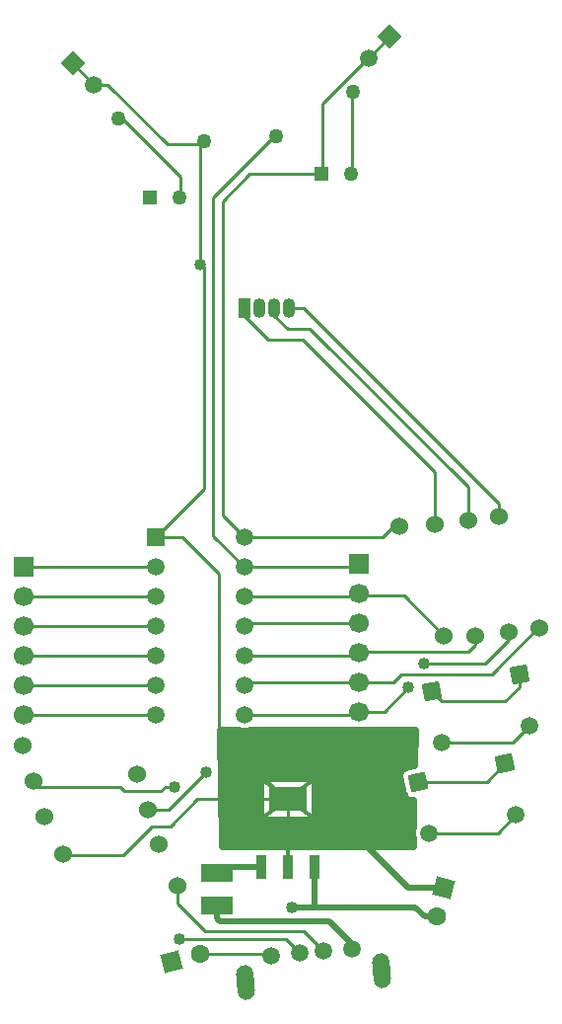
<source format=gbr>
G04 DipTrace 3.0.0.2*
G04 Bottom.gbr*
%MOMM*%
G04 #@! TF.FileFunction,Copper,L2,Bot*
G04 #@! TF.Part,Single*
%AMOUTLINE0*5,1,4,0,0,2.26276,30.00054*%
%AMOUTLINE3*5,1,4,0,0,2.26276,-30.00054*%
%AMOUTLINE6*5,1,4,0,0,2.12133,-90.0*%
%AMOUTLINE9*5,1,4,0,0,2.12133,-180.0*%
%AMOUTLINE12*5,1,4,0,0,2.12129,-124.13655*%
%AMOUTLINE15*5,1,4,0,0,2.12134,-123.01836*%
%AMOUTLINE18*
4,1,16,
-0.68573,-0.80917,
-0.58493,-1.12737,
-0.35607,-1.37033,
-0.04443,-1.4899,
0.2882,-1.46243,
0.576,-1.29337,
0.76193,-1.01617,
0.80917,-0.68573,
0.68573,0.80917,
0.58493,1.12737,
0.35607,1.37033,
0.04443,1.4899,
-0.2882,1.46243,
-0.576,1.29337,
-0.76193,1.01617,
-0.80917,0.68573,
-0.68573,-0.80917,
0*%
G04 #@! TA.AperFunction,Conductor*
%ADD13C,0.254*%
%ADD14C,0.508*%
G04 #@! TA.AperFunction,CopperBalancing*
%ADD15C,0.635*%
%ADD16C,0.3302*%
G04 #@! TA.AperFunction,ComponentPad*
%ADD17C,1.6*%
%ADD18C,1.27*%
%ADD19R,1.27X1.27*%
%ADD20O,1.05X1.7*%
%ADD21R,1.05X1.7*%
%ADD22C,1.5*%
%ADD23R,1.7X1.7*%
%ADD24C,1.7*%
%ADD25C,1.27*%
%ADD26C,1.524*%
%ADD27C,1.524*%
%ADD28R,2.7X1.6*%
G04 #@! TA.AperFunction,ComponentPad*
%ADD29C,1.5*%
%ADD30R,1.5X1.5*%
%ADD32R,0.95X2.15*%
%ADD33R,3.25X2.15*%
G04 #@! TA.AperFunction,ViaPad*
%ADD34C,1.016*%
G04 #@! TA.AperFunction,ComponentPad*
%ADD88OUTLINE0*%
%ADD91OUTLINE3*%
%ADD94OUTLINE6*%
%ADD97OUTLINE9*%
%ADD100OUTLINE12*%
%ADD103OUTLINE15*%
%ADD106OUTLINE18*%
%FSLAX35Y35*%
G04*
G71*
G90*
G75*
G01*
G04 Bottom*
%LPD*%
X3225560Y3598747D2*
D13*
X4179127D1*
X4208653Y3628273D1*
X4429430D1*
X4634727Y3833570D1*
X4765193Y4043360D2*
X5297020D1*
X5493647Y4239987D1*
Y4310880D1*
X3225560Y4614747D2*
X4179127D1*
X4208653Y4644273D1*
Y4619880D1*
X4595733D1*
X4939587Y4276027D1*
X5587397Y3944638D2*
Y3835801D1*
X5466697Y3715100D1*
X4924975D1*
X4839054Y3801021D1*
X4208653Y4390273D2*
X3255087D1*
X3225560Y4360747D1*
X4720967Y3025065D2*
X5308170D1*
X5466363Y3183258D1*
X2895217Y3111913D2*
X2572670Y2789367D1*
X2400067D1*
X4208653Y3882273D2*
X3255087D1*
X3225560Y3852747D1*
X5763493Y4342627D2*
X5745010D1*
X5350503Y3948120D1*
X4574713D1*
X4508867Y3882273D1*
X4208653D1*
X3225560Y4868747D2*
X4179127D1*
X4208653Y4898273D1*
X3502743Y8557823D2*
X3483887D1*
X2958710Y8032647D1*
Y5135597D1*
X3225560Y4868747D1*
X3598667Y2297293D2*
Y2877293D1*
Y2297293D2*
X3590567D1*
Y2540473D1*
X4210680D1*
D14*
X4637093Y2114060D1*
X4942047D1*
X4923867Y3359083D2*
D13*
X5528590D1*
X5672210Y3502703D1*
X4814383Y2584873D2*
X5401593D1*
X5559783Y2743063D1*
X1753827Y9183070D2*
X1933433Y9003463D1*
X2051387D1*
X2564000Y8490850D1*
X2855560D1*
X2879717Y8515007D1*
X2847597D1*
Y7477080D1*
X2879717Y7444960D1*
Y5538903D1*
X2463560Y5122747D1*
X2847597Y7461207D2*
Y7477080D1*
X2463560Y5122747D2*
X2693943D1*
X3006330Y4810360D1*
Y3445253D1*
X3574290Y2877293D1*
X3598667D1*
X2821333D1*
X2590547Y2646507D1*
X2431813D1*
X2182920Y2397613D1*
X1680690D1*
X1669893Y2408407D1*
X4471873Y9412100D2*
X4292267Y9232493D1*
X4288567D1*
X3899737Y8843663D1*
Y8250300D1*
X3885237Y8235800D1*
X3225560Y5122747D2*
X4415980D1*
X4542967Y5249733D1*
Y5202113D1*
X4574713D1*
X4558840Y5217987D1*
X2625370Y2984927D2*
X2548007D1*
X2511180Y2948100D1*
X2193713D1*
X2156887Y2984927D1*
X1461333D1*
X1413620Y3032640D1*
X3885237Y8235800D2*
X3272977D1*
X3038077Y8000900D1*
Y5310230D1*
X3225560Y5122747D1*
X3455607Y1535764D2*
Y1551247D1*
X2844520D1*
X3638187Y1948080D2*
D14*
X3840277D1*
X4693983D1*
X4773350Y1868713D1*
X4876307D1*
X3828667Y2297293D2*
Y1959690D1*
X3840277Y1948080D1*
X2143683Y8712227D2*
D13*
X2176983D1*
X2679337Y8209873D1*
Y8045497D1*
X2665323Y8031483D1*
X4162657Y8938823D2*
X4149210D1*
Y8245773D1*
X4139237Y8235800D1*
X2648580Y2135587D2*
Y1985287D1*
X2892140Y1741727D1*
X3735143D1*
X3904080Y1572790D1*
X1332883Y4873297D2*
X2459010D1*
X2463560Y4868747D1*
X1332883Y4619297D2*
X2459010D1*
X2463560Y4614747D1*
X2669913Y1678233D2*
X3582857D1*
X3704757Y1556334D1*
X3609400Y7090623D2*
X3733843D1*
X5416000Y5408467D1*
Y5297353D1*
X3482400Y7090623D2*
Y7021457D1*
X3596280Y6907577D1*
X3789903D1*
X5146153Y5551327D1*
Y5265607D1*
X1332883Y3603297D2*
X2459010D1*
X2463560Y3598747D1*
X1332883Y3857297D2*
X2459010D1*
X2463560Y3852747D1*
X1332883Y4111297D2*
X2459010D1*
X2463560Y4106747D1*
Y4360747D2*
X1337433D1*
X1332883Y4365297D1*
X3228400Y7090623D2*
Y7016437D1*
X3429453Y6815383D1*
X3723363D1*
X4860433Y5678313D1*
Y5233860D1*
X4153233Y1593363D2*
Y1631670D1*
D14*
X3958730Y1826173D1*
X3014047D1*
X2987380Y1852840D1*
Y1963953D1*
X3368667Y2297293D2*
X3064743D1*
X3011403Y2243953D1*
D13*
X2987380D1*
X3225560Y4106747D2*
X4179127D1*
X4208653Y4136273D1*
X5207927Y4279133D2*
Y4200373D1*
X5146153Y4138600D1*
X4210980D1*
X4208653Y4136273D1*
D34*
X4634727Y3833570D3*
X4765193Y4043360D3*
X2895217Y3111913D3*
X2847597Y7461207D3*
X2625370Y2984927D3*
X3638187Y1948080D3*
X2669913Y1678233D3*
X3029983Y3397957D2*
D15*
X4681057D1*
X3030975Y3334790D2*
X4680189D1*
X3031967Y3271623D2*
X4679197D1*
X3032835Y3208457D2*
X4678205D1*
X3033828Y3145290D2*
X4589156D1*
X3034820Y3082123D2*
X4553313D1*
X3035688Y3018957D2*
X3357479D1*
X3839856D2*
X4565219D1*
X3036680Y2955790D2*
X3357479D1*
X3839856D2*
X4578738D1*
X3037672Y2892623D2*
X3357479D1*
X3839856D2*
X4598954D1*
X3038665Y2829457D2*
X3357479D1*
X3839856D2*
X4672500D1*
X3039533Y2766290D2*
X3357479D1*
X3839856D2*
X4671508D1*
X3040525Y2703123D2*
X3357479D1*
X3839856D2*
X4670639D1*
X3041517Y2639957D2*
X4669647D1*
X3042385Y2576790D2*
X4660842D1*
X3043377Y2513623D2*
X4667663D1*
X4585766Y2952159D2*
X4560256Y3073436D1*
X4560039Y3090452D1*
X4563800Y3107048D1*
X4571331Y3122308D1*
X4582217Y3135387D1*
X4595855Y3145565D1*
X4611492Y3152277D1*
X4684093Y3167913D1*
X4688417Y3461226D1*
X3278381Y3461123D1*
X3259968Y3455429D1*
X3237124Y3451811D1*
X3213996D1*
X3191152Y3455429D1*
X3173016Y3461152D1*
X3022645Y3461123D1*
X3038080Y2476984D1*
X3718557Y2477183D1*
X4673577Y2476984D1*
X4674207Y2539326D1*
X4668808Y2561815D1*
X4666993Y2584872D1*
X4668808Y2607929D1*
X4674207Y2630418D1*
X4675916Y2636192D1*
X4679390Y2865485D1*
X4661252Y2863764D1*
X4644412Y2866211D1*
X4628608Y2872522D1*
X4614714Y2882348D1*
X4603498Y2895145D1*
X4595580Y2910208D1*
X4592357Y2921100D1*
X4585766Y2952159D1*
X3370127Y3057183D2*
X3833557D1*
Y2697403D1*
X3363777D1*
Y3057183D1*
X3370127D1*
X3363876Y3057108D2*
D16*
X3833459Y2697478D1*
Y3057108D2*
X3363876Y2697478D1*
D17*
X4876307Y1868713D3*
D88*
X4942047Y2114060D3*
D17*
X2844520Y1551247D3*
D91*
X2599173Y1485507D3*
D18*
X2665323Y8031483D3*
D19*
X2411323D3*
D18*
X4139237Y8235800D3*
D19*
X3885237D3*
D20*
X3609400Y7090623D3*
X3355400D3*
D21*
X3228400D3*
D20*
X3482400D3*
D94*
X1753827Y9183070D3*
D22*
X1933433Y9003463D3*
D97*
X4471873Y9412100D3*
D22*
X4292267Y9232493D3*
D23*
X4208653Y4898273D3*
D24*
Y4644273D3*
Y4390273D3*
Y4136273D3*
Y3882273D3*
Y3628273D3*
D23*
X1332883Y4873297D3*
D24*
Y4619297D3*
Y4365297D3*
Y4111297D3*
Y3857297D3*
Y3603297D3*
D18*
X2879717Y8515007D3*
D25*
X2143683Y8712227D3*
D18*
X3502743Y8557823D3*
D25*
X4162657Y8938823D3*
D26*
X2400067Y2789367D3*
D27*
X1413620Y3032640D3*
D26*
X4558840Y5217987D3*
D27*
X4939587Y4276027D3*
D26*
X1669893Y2408407D3*
D27*
X2648580Y2135587D3*
D26*
X2495307Y2487773D3*
D27*
X1507793Y2726667D3*
D26*
X2304827Y3090960D3*
D27*
X1319180Y3337460D3*
D28*
X2987380Y1963953D3*
Y2243953D3*
D26*
X5416000Y5297353D3*
D27*
X5763493Y4342627D3*
D26*
X5146153Y5265607D3*
D27*
X5493647Y4310880D3*
D26*
X4860433Y5233860D3*
D27*
X5207927Y4279133D3*
D100*
X4839054Y3801021D3*
D29*
X4923867Y3359084D3*
X5672211Y3502704D3*
D100*
X5587397Y3944638D3*
D103*
X4720967Y3025065D3*
D29*
X4814383Y2584872D3*
X5559783Y2743062D3*
D103*
X5466363Y3183258D3*
D30*
X2463560Y5122747D3*
D22*
Y4868747D3*
Y4614747D3*
Y4360747D3*
Y4106747D3*
Y3852747D3*
Y3598747D3*
X3225560D3*
Y3852747D3*
Y4106747D3*
Y4360747D3*
Y4614747D3*
Y4868747D3*
Y5122747D3*
D32*
X3828667Y2297293D3*
X3598667D3*
X3368667D3*
D33*
X3598667Y2877293D3*
D22*
X3704757Y1556334D3*
X3904080Y1572794D3*
X4153230Y1593364D3*
X3455607Y1535764D3*
D106*
X3238683Y1307138D3*
X4404713Y1403414D3*
M02*

</source>
